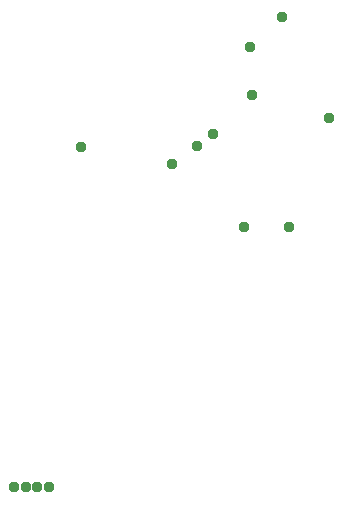
<source format=gbr>
G04 EAGLE Gerber RS-274X export*
G75*
%MOMM*%
%FSLAX34Y34*%
%LPD*%
%INSoldermask Bottom*%
%IPPOS*%
%AMOC8*
5,1,8,0,0,1.08239X$1,22.5*%
G01*
%ADD10C,0.959600*%


D10*
X34000Y19000D03*
X44000Y19000D03*
X54000Y19000D03*
X64000Y19000D03*
X91000Y307000D03*
X168000Y293000D03*
X203000Y318000D03*
X236000Y351000D03*
X189000Y308000D03*
X234000Y392000D03*
X301000Y332000D03*
X261000Y417000D03*
X267000Y239000D03*
X229000Y239000D03*
M02*

</source>
